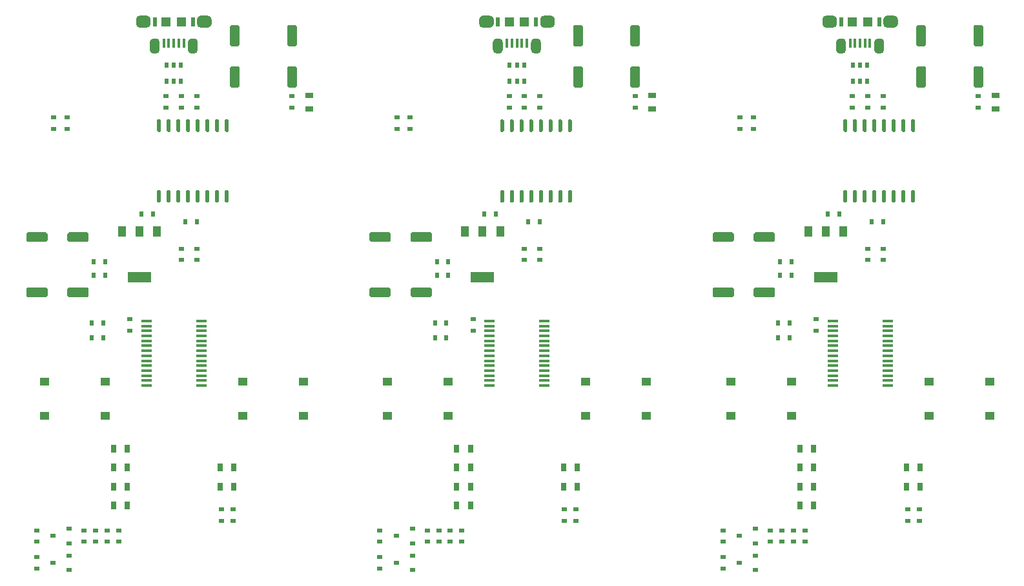
<source format=gtp>
%TF.GenerationSoftware,KiCad,Pcbnew,(5.1.10)-1*%
%TF.CreationDate,2022-01-11T14:09:39+01:00*%
%TF.ProjectId,EspOptoProg Panel,4573704f-7074-46f5-9072-6f672050616e,rev?*%
%TF.SameCoordinates,PXffb3b4c0PY4c4b40*%
%TF.FileFunction,Paste,Top*%
%TF.FilePolarity,Positive*%
%FSLAX46Y46*%
G04 Gerber Fmt 4.6, Leading zero omitted, Abs format (unit mm)*
G04 Created by KiCad (PCBNEW (5.1.10)-1) date 2022-01-11 14:09:39*
%MOMM*%
%LPD*%
G01*
G04 APERTURE LIST*
%ADD10R,0.480000X0.760000*%
%ADD11R,0.760000X0.480000*%
%ADD12R,1.320000X0.320000*%
%ADD13R,0.800608X0.560000*%
%ADD14R,0.640000X1.120000*%
%ADD15R,3.039872X1.440688*%
%ADD16R,1.040384X1.440688*%
%ADD17R,0.560000X1.200000*%
%ADD18R,1.200000X1.200000*%
%ADD19O,0.720000X1.240000*%
%ADD20O,1.040000X0.800000*%
%ADD21R,0.360000X1.280000*%
%ADD22R,1.240000X1.040000*%
%ADD23R,1.120000X0.640000*%
%ADD24R,0.479552X0.800608*%
G04 APERTURE END LIST*
D10*
%TO.C,C21*%
X26500000Y57250000D03*
X28000000Y57250000D03*
%TD*%
D11*
%TO.C,C20*%
X28000000Y72250000D03*
X28000000Y73750000D03*
%TD*%
%TO.C,U20*%
G36*
G01*
X31825000Y61420000D02*
X32065000Y61420000D01*
G75*
G02*
X32185000Y61300000I0J-120000D01*
G01*
X32185000Y59900000D01*
G75*
G02*
X32065000Y59780000I-120000J0D01*
G01*
X31825000Y59780000D01*
G75*
G02*
X31705000Y59900000I0J120000D01*
G01*
X31705000Y61300000D01*
G75*
G02*
X31825000Y61420000I120000J0D01*
G01*
G37*
G36*
G01*
X30555000Y61420000D02*
X30795000Y61420000D01*
G75*
G02*
X30915000Y61300000I0J-120000D01*
G01*
X30915000Y59900000D01*
G75*
G02*
X30795000Y59780000I-120000J0D01*
G01*
X30555000Y59780000D01*
G75*
G02*
X30435000Y59900000I0J120000D01*
G01*
X30435000Y61300000D01*
G75*
G02*
X30555000Y61420000I120000J0D01*
G01*
G37*
G36*
G01*
X29285000Y61420000D02*
X29525000Y61420000D01*
G75*
G02*
X29645000Y61300000I0J-120000D01*
G01*
X29645000Y59900000D01*
G75*
G02*
X29525000Y59780000I-120000J0D01*
G01*
X29285000Y59780000D01*
G75*
G02*
X29165000Y59900000I0J120000D01*
G01*
X29165000Y61300000D01*
G75*
G02*
X29285000Y61420000I120000J0D01*
G01*
G37*
G36*
G01*
X28015000Y61420000D02*
X28255000Y61420000D01*
G75*
G02*
X28375000Y61300000I0J-120000D01*
G01*
X28375000Y59900000D01*
G75*
G02*
X28255000Y59780000I-120000J0D01*
G01*
X28015000Y59780000D01*
G75*
G02*
X27895000Y59900000I0J120000D01*
G01*
X27895000Y61300000D01*
G75*
G02*
X28015000Y61420000I120000J0D01*
G01*
G37*
G36*
G01*
X26745000Y61420000D02*
X26985000Y61420000D01*
G75*
G02*
X27105000Y61300000I0J-120000D01*
G01*
X27105000Y59900000D01*
G75*
G02*
X26985000Y59780000I-120000J0D01*
G01*
X26745000Y59780000D01*
G75*
G02*
X26625000Y59900000I0J120000D01*
G01*
X26625000Y61300000D01*
G75*
G02*
X26745000Y61420000I120000J0D01*
G01*
G37*
G36*
G01*
X25475000Y61420000D02*
X25715000Y61420000D01*
G75*
G02*
X25835000Y61300000I0J-120000D01*
G01*
X25835000Y59900000D01*
G75*
G02*
X25715000Y59780000I-120000J0D01*
G01*
X25475000Y59780000D01*
G75*
G02*
X25355000Y59900000I0J120000D01*
G01*
X25355000Y61300000D01*
G75*
G02*
X25475000Y61420000I120000J0D01*
G01*
G37*
G36*
G01*
X24205000Y61420000D02*
X24445000Y61420000D01*
G75*
G02*
X24565000Y61300000I0J-120000D01*
G01*
X24565000Y59900000D01*
G75*
G02*
X24445000Y59780000I-120000J0D01*
G01*
X24205000Y59780000D01*
G75*
G02*
X24085000Y59900000I0J120000D01*
G01*
X24085000Y61300000D01*
G75*
G02*
X24205000Y61420000I120000J0D01*
G01*
G37*
G36*
G01*
X22935000Y61420000D02*
X23175000Y61420000D01*
G75*
G02*
X23295000Y61300000I0J-120000D01*
G01*
X23295000Y59900000D01*
G75*
G02*
X23175000Y59780000I-120000J0D01*
G01*
X22935000Y59780000D01*
G75*
G02*
X22815000Y59900000I0J120000D01*
G01*
X22815000Y61300000D01*
G75*
G02*
X22935000Y61420000I120000J0D01*
G01*
G37*
G36*
G01*
X22935000Y70720000D02*
X23175000Y70720000D01*
G75*
G02*
X23295000Y70600000I0J-120000D01*
G01*
X23295000Y69200000D01*
G75*
G02*
X23175000Y69080000I-120000J0D01*
G01*
X22935000Y69080000D01*
G75*
G02*
X22815000Y69200000I0J120000D01*
G01*
X22815000Y70600000D01*
G75*
G02*
X22935000Y70720000I120000J0D01*
G01*
G37*
G36*
G01*
X24205000Y70720000D02*
X24445000Y70720000D01*
G75*
G02*
X24565000Y70600000I0J-120000D01*
G01*
X24565000Y69200000D01*
G75*
G02*
X24445000Y69080000I-120000J0D01*
G01*
X24205000Y69080000D01*
G75*
G02*
X24085000Y69200000I0J120000D01*
G01*
X24085000Y70600000D01*
G75*
G02*
X24205000Y70720000I120000J0D01*
G01*
G37*
G36*
G01*
X25475000Y70720000D02*
X25715000Y70720000D01*
G75*
G02*
X25835000Y70600000I0J-120000D01*
G01*
X25835000Y69200000D01*
G75*
G02*
X25715000Y69080000I-120000J0D01*
G01*
X25475000Y69080000D01*
G75*
G02*
X25355000Y69200000I0J120000D01*
G01*
X25355000Y70600000D01*
G75*
G02*
X25475000Y70720000I120000J0D01*
G01*
G37*
G36*
G01*
X26745000Y70720000D02*
X26985000Y70720000D01*
G75*
G02*
X27105000Y70600000I0J-120000D01*
G01*
X27105000Y69200000D01*
G75*
G02*
X26985000Y69080000I-120000J0D01*
G01*
X26745000Y69080000D01*
G75*
G02*
X26625000Y69200000I0J120000D01*
G01*
X26625000Y70600000D01*
G75*
G02*
X26745000Y70720000I120000J0D01*
G01*
G37*
G36*
G01*
X28015000Y70720000D02*
X28255000Y70720000D01*
G75*
G02*
X28375000Y70600000I0J-120000D01*
G01*
X28375000Y69200000D01*
G75*
G02*
X28255000Y69080000I-120000J0D01*
G01*
X28015000Y69080000D01*
G75*
G02*
X27895000Y69200000I0J120000D01*
G01*
X27895000Y70600000D01*
G75*
G02*
X28015000Y70720000I120000J0D01*
G01*
G37*
G36*
G01*
X29285000Y70720000D02*
X29525000Y70720000D01*
G75*
G02*
X29645000Y70600000I0J-120000D01*
G01*
X29645000Y69200000D01*
G75*
G02*
X29525000Y69080000I-120000J0D01*
G01*
X29285000Y69080000D01*
G75*
G02*
X29165000Y69200000I0J120000D01*
G01*
X29165000Y70600000D01*
G75*
G02*
X29285000Y70720000I120000J0D01*
G01*
G37*
G36*
G01*
X30555000Y70720000D02*
X30795000Y70720000D01*
G75*
G02*
X30915000Y70600000I0J-120000D01*
G01*
X30915000Y69200000D01*
G75*
G02*
X30795000Y69080000I-120000J0D01*
G01*
X30555000Y69080000D01*
G75*
G02*
X30435000Y69200000I0J120000D01*
G01*
X30435000Y70600000D01*
G75*
G02*
X30555000Y70720000I120000J0D01*
G01*
G37*
G36*
G01*
X31825000Y70720000D02*
X32065000Y70720000D01*
G75*
G02*
X32185000Y70600000I0J-120000D01*
G01*
X32185000Y69200000D01*
G75*
G02*
X32065000Y69080000I-120000J0D01*
G01*
X31825000Y69080000D01*
G75*
G02*
X31705000Y69200000I0J120000D01*
G01*
X31705000Y70600000D01*
G75*
G02*
X31825000Y70720000I120000J0D01*
G01*
G37*
%TD*%
D12*
%TO.C,U30*%
X21400000Y42925000D03*
X21400000Y43575000D03*
X21400000Y44225000D03*
X28600000Y44225000D03*
X28600000Y43575000D03*
X28600000Y42925000D03*
X28600000Y37075000D03*
X28600000Y36425000D03*
X28600000Y35775000D03*
X21400000Y35775000D03*
X21400000Y36425000D03*
X21400000Y37075000D03*
X21400000Y38375000D03*
X28600000Y42275000D03*
X21400000Y39025000D03*
X21400000Y39675000D03*
X21400000Y40325000D03*
X21400000Y40975000D03*
X21400000Y41625000D03*
X21400000Y42275000D03*
X28600000Y39025000D03*
X28600000Y38375000D03*
X28600000Y37725000D03*
X21400000Y37725000D03*
X28600000Y41625000D03*
X28600000Y40975000D03*
X28600000Y40325000D03*
X28600000Y39675000D03*
%TD*%
%TO.C,C53*%
G36*
G01*
X40940000Y80300000D02*
X40060000Y80300000D01*
G75*
G02*
X39860000Y80500000I0J200000D01*
G01*
X39860000Y82900000D01*
G75*
G02*
X40060000Y83100000I200000J0D01*
G01*
X40940000Y83100000D01*
G75*
G02*
X41140000Y82900000I0J-200000D01*
G01*
X41140000Y80500000D01*
G75*
G02*
X40940000Y80300000I-200000J0D01*
G01*
G37*
G36*
G01*
X40940000Y74900000D02*
X40060000Y74900000D01*
G75*
G02*
X39860000Y75100000I0J200000D01*
G01*
X39860000Y77500000D01*
G75*
G02*
X40060000Y77700000I200000J0D01*
G01*
X40940000Y77700000D01*
G75*
G02*
X41140000Y77500000I0J-200000D01*
G01*
X41140000Y75100000D01*
G75*
G02*
X40940000Y74900000I-200000J0D01*
G01*
G37*
%TD*%
D10*
%TO.C,C57*%
X15750000Y44000000D03*
X14250000Y44000000D03*
%TD*%
%TO.C,C56*%
X15750000Y42000000D03*
X14250000Y42000000D03*
%TD*%
%TO.C,C55*%
G36*
G01*
X8450000Y48440000D02*
X8450000Y47560000D01*
G75*
G02*
X8250000Y47360000I-200000J0D01*
G01*
X5850000Y47360000D01*
G75*
G02*
X5650000Y47560000I0J200000D01*
G01*
X5650000Y48440000D01*
G75*
G02*
X5850000Y48640000I200000J0D01*
G01*
X8250000Y48640000D01*
G75*
G02*
X8450000Y48440000I0J-200000D01*
G01*
G37*
G36*
G01*
X13850000Y48440000D02*
X13850000Y47560000D01*
G75*
G02*
X13650000Y47360000I-200000J0D01*
G01*
X11250000Y47360000D01*
G75*
G02*
X11050000Y47560000I0J200000D01*
G01*
X11050000Y48440000D01*
G75*
G02*
X11250000Y48640000I200000J0D01*
G01*
X13650000Y48640000D01*
G75*
G02*
X13850000Y48440000I0J-200000D01*
G01*
G37*
%TD*%
%TO.C,C54*%
G36*
G01*
X8450000Y55690000D02*
X8450000Y54810000D01*
G75*
G02*
X8250000Y54610000I-200000J0D01*
G01*
X5850000Y54610000D01*
G75*
G02*
X5650000Y54810000I0J200000D01*
G01*
X5650000Y55690000D01*
G75*
G02*
X5850000Y55890000I200000J0D01*
G01*
X8250000Y55890000D01*
G75*
G02*
X8450000Y55690000I0J-200000D01*
G01*
G37*
G36*
G01*
X13850000Y55690000D02*
X13850000Y54810000D01*
G75*
G02*
X13650000Y54610000I-200000J0D01*
G01*
X11250000Y54610000D01*
G75*
G02*
X11050000Y54810000I0J200000D01*
G01*
X11050000Y55690000D01*
G75*
G02*
X11250000Y55890000I200000J0D01*
G01*
X13650000Y55890000D01*
G75*
G02*
X13850000Y55690000I0J-200000D01*
G01*
G37*
%TD*%
%TO.C,C52*%
G36*
G01*
X33440000Y80300000D02*
X32560000Y80300000D01*
G75*
G02*
X32360000Y80500000I0J200000D01*
G01*
X32360000Y82900000D01*
G75*
G02*
X32560000Y83100000I200000J0D01*
G01*
X33440000Y83100000D01*
G75*
G02*
X33640000Y82900000I0J-200000D01*
G01*
X33640000Y80500000D01*
G75*
G02*
X33440000Y80300000I-200000J0D01*
G01*
G37*
G36*
G01*
X33440000Y74900000D02*
X32560000Y74900000D01*
G75*
G02*
X32360000Y75100000I0J200000D01*
G01*
X32360000Y77500000D01*
G75*
G02*
X32560000Y77700000I200000J0D01*
G01*
X33440000Y77700000D01*
G75*
G02*
X33640000Y77500000I0J-200000D01*
G01*
X33640000Y75100000D01*
G75*
G02*
X33440000Y74900000I-200000J0D01*
G01*
G37*
%TD*%
D13*
%TO.C,T71*%
X11306640Y13452500D03*
X9193360Y12500000D03*
X11306640Y11547500D03*
%TD*%
%TO.C,T70*%
X11306640Y16952500D03*
X9193360Y16000000D03*
X11306640Y15047500D03*
%TD*%
D11*
%TO.C,R76*%
X14750000Y16750000D03*
X14750000Y15250000D03*
%TD*%
%TO.C,R75*%
X7000000Y11750000D03*
X7000000Y13250000D03*
%TD*%
%TO.C,R74*%
X16250000Y16750000D03*
X16250000Y15250000D03*
%TD*%
%TO.C,R73*%
X7000000Y15250000D03*
X7000000Y16750000D03*
%TD*%
D14*
%TO.C,D74*%
X18900000Y25000000D03*
X17100000Y25000000D03*
%TD*%
%TO.C,D73*%
X18900000Y22500000D03*
X17100000Y22500000D03*
%TD*%
D15*
%TO.C,U60*%
X20500000Y50000260D03*
D16*
X18198760Y55999740D03*
X20500000Y55999740D03*
X22801240Y55999740D03*
%TD*%
D11*
%TO.C,R72*%
X13250000Y16750000D03*
X13250000Y15250000D03*
%TD*%
%TO.C,R71*%
X17750000Y16750000D03*
X17750000Y15250000D03*
%TD*%
%TO.C,R70*%
X40500000Y73750000D03*
X40500000Y72250000D03*
%TD*%
%TO.C,R33*%
X31250000Y18000000D03*
X31250000Y19500000D03*
%TD*%
%TO.C,R32*%
X32750000Y18000000D03*
X32750000Y19500000D03*
%TD*%
%TO.C,R31*%
X26000000Y53750000D03*
X26000000Y52250000D03*
%TD*%
%TO.C,R30*%
X28000000Y52250000D03*
X28000000Y53750000D03*
%TD*%
%TO.C,R11*%
X24000000Y72250000D03*
X24000000Y73750000D03*
%TD*%
%TO.C,R10*%
X26000000Y72250000D03*
X26000000Y73750000D03*
%TD*%
%TO.C,K10*%
G36*
G01*
X29950000Y83875501D02*
X29950000Y83224499D01*
G75*
G02*
X29500501Y82775000I-449499J0D01*
G01*
X28499499Y82775000D01*
G75*
G02*
X28050000Y83224499I0J449499D01*
G01*
X28050000Y83875501D01*
G75*
G02*
X28499499Y84325000I449499J0D01*
G01*
X29500501Y84325000D01*
G75*
G02*
X29950000Y83875501I0J-449499D01*
G01*
G37*
G36*
G01*
X21950000Y83875501D02*
X21950000Y83224499D01*
G75*
G02*
X21500501Y82775000I-449499J0D01*
G01*
X20499499Y82775000D01*
G75*
G02*
X20050000Y83224499I0J449499D01*
G01*
X20050000Y83875501D01*
G75*
G02*
X20499499Y84325000I449499J0D01*
G01*
X21500501Y84325000D01*
G75*
G02*
X21950000Y83875501I0J-449499D01*
G01*
G37*
G36*
G01*
X28150000Y80849500D02*
X28150000Y79850500D01*
G75*
G02*
X27649500Y79350000I-500500J0D01*
G01*
X27350500Y79350000D01*
G75*
G02*
X26850000Y79850500I0J500500D01*
G01*
X26850000Y80849500D01*
G75*
G02*
X27350500Y81350000I500500J0D01*
G01*
X27649500Y81350000D01*
G75*
G02*
X28150000Y80849500I0J-500500D01*
G01*
G37*
G36*
G01*
X23150000Y80849500D02*
X23150000Y79850500D01*
G75*
G02*
X22649500Y79350000I-500500J0D01*
G01*
X22350500Y79350000D01*
G75*
G02*
X21850000Y79850500I0J500500D01*
G01*
X21850000Y80849500D01*
G75*
G02*
X22350500Y81350000I500500J0D01*
G01*
X22649500Y81350000D01*
G75*
G02*
X23150000Y80849500I0J-500500D01*
G01*
G37*
D17*
X27500000Y83550000D03*
X22500000Y83550000D03*
D18*
X26000000Y83550000D03*
X24000000Y83550000D03*
D19*
X21500000Y83550000D03*
D20*
X27500000Y80850000D03*
X22500000Y80850000D03*
D19*
X28500000Y83550000D03*
D21*
X23700000Y80750000D03*
X24350000Y80750000D03*
X25000000Y80750000D03*
X25650000Y80750000D03*
X26300000Y80750000D03*
%TD*%
D22*
%TO.C,J32*%
X34020000Y36250000D03*
X34020000Y31750000D03*
X41980000Y31750000D03*
X41980000Y36250000D03*
%TD*%
%TO.C,J31*%
X8020000Y36250000D03*
X8020000Y31750000D03*
X15980000Y31750000D03*
X15980000Y36250000D03*
%TD*%
D14*
%TO.C,D72*%
X18900000Y27500000D03*
X17100000Y27500000D03*
%TD*%
%TO.C,D71*%
X18900000Y20000000D03*
X17100000Y20000000D03*
%TD*%
D23*
%TO.C,D70*%
X42750000Y73900000D03*
X42750000Y72100000D03*
%TD*%
D14*
%TO.C,D31*%
X32900000Y25000000D03*
X31100000Y25000000D03*
%TD*%
%TO.C,D30*%
X32900000Y22500000D03*
X31100000Y22500000D03*
%TD*%
D24*
%TO.C,D10*%
X25000000Y75693360D03*
X25952500Y75693360D03*
X24047500Y75693360D03*
X25000000Y77806640D03*
X24047500Y77806640D03*
X25952500Y77806640D03*
%TD*%
D10*
%TO.C,C62*%
X20750000Y58250000D03*
X22250000Y58250000D03*
%TD*%
%TO.C,C61*%
X14500000Y52000000D03*
X16000000Y52000000D03*
%TD*%
%TO.C,C60*%
X14500000Y50250000D03*
X16000000Y50250000D03*
%TD*%
D11*
%TO.C,C51*%
X11000000Y69500000D03*
X11000000Y71000000D03*
%TD*%
%TO.C,C50*%
X9250000Y69500000D03*
X9250000Y71000000D03*
%TD*%
%TO.C,C30*%
X19250000Y43000000D03*
X19250000Y44500000D03*
%TD*%
D10*
%TO.C,C21*%
X71500000Y57250000D03*
X73000000Y57250000D03*
%TD*%
D11*
%TO.C,C20*%
X73000000Y72250000D03*
X73000000Y73750000D03*
%TD*%
%TO.C,U20*%
G36*
G01*
X76825000Y61420000D02*
X77065000Y61420000D01*
G75*
G02*
X77185000Y61300000I0J-120000D01*
G01*
X77185000Y59900000D01*
G75*
G02*
X77065000Y59780000I-120000J0D01*
G01*
X76825000Y59780000D01*
G75*
G02*
X76705000Y59900000I0J120000D01*
G01*
X76705000Y61300000D01*
G75*
G02*
X76825000Y61420000I120000J0D01*
G01*
G37*
G36*
G01*
X75555000Y61420000D02*
X75795000Y61420000D01*
G75*
G02*
X75915000Y61300000I0J-120000D01*
G01*
X75915000Y59900000D01*
G75*
G02*
X75795000Y59780000I-120000J0D01*
G01*
X75555000Y59780000D01*
G75*
G02*
X75435000Y59900000I0J120000D01*
G01*
X75435000Y61300000D01*
G75*
G02*
X75555000Y61420000I120000J0D01*
G01*
G37*
G36*
G01*
X74285000Y61420000D02*
X74525000Y61420000D01*
G75*
G02*
X74645000Y61300000I0J-120000D01*
G01*
X74645000Y59900000D01*
G75*
G02*
X74525000Y59780000I-120000J0D01*
G01*
X74285000Y59780000D01*
G75*
G02*
X74165000Y59900000I0J120000D01*
G01*
X74165000Y61300000D01*
G75*
G02*
X74285000Y61420000I120000J0D01*
G01*
G37*
G36*
G01*
X73015000Y61420000D02*
X73255000Y61420000D01*
G75*
G02*
X73375000Y61300000I0J-120000D01*
G01*
X73375000Y59900000D01*
G75*
G02*
X73255000Y59780000I-120000J0D01*
G01*
X73015000Y59780000D01*
G75*
G02*
X72895000Y59900000I0J120000D01*
G01*
X72895000Y61300000D01*
G75*
G02*
X73015000Y61420000I120000J0D01*
G01*
G37*
G36*
G01*
X71745000Y61420000D02*
X71985000Y61420000D01*
G75*
G02*
X72105000Y61300000I0J-120000D01*
G01*
X72105000Y59900000D01*
G75*
G02*
X71985000Y59780000I-120000J0D01*
G01*
X71745000Y59780000D01*
G75*
G02*
X71625000Y59900000I0J120000D01*
G01*
X71625000Y61300000D01*
G75*
G02*
X71745000Y61420000I120000J0D01*
G01*
G37*
G36*
G01*
X70475000Y61420000D02*
X70715000Y61420000D01*
G75*
G02*
X70835000Y61300000I0J-120000D01*
G01*
X70835000Y59900000D01*
G75*
G02*
X70715000Y59780000I-120000J0D01*
G01*
X70475000Y59780000D01*
G75*
G02*
X70355000Y59900000I0J120000D01*
G01*
X70355000Y61300000D01*
G75*
G02*
X70475000Y61420000I120000J0D01*
G01*
G37*
G36*
G01*
X69205000Y61420000D02*
X69445000Y61420000D01*
G75*
G02*
X69565000Y61300000I0J-120000D01*
G01*
X69565000Y59900000D01*
G75*
G02*
X69445000Y59780000I-120000J0D01*
G01*
X69205000Y59780000D01*
G75*
G02*
X69085000Y59900000I0J120000D01*
G01*
X69085000Y61300000D01*
G75*
G02*
X69205000Y61420000I120000J0D01*
G01*
G37*
G36*
G01*
X67935000Y61420000D02*
X68175000Y61420000D01*
G75*
G02*
X68295000Y61300000I0J-120000D01*
G01*
X68295000Y59900000D01*
G75*
G02*
X68175000Y59780000I-120000J0D01*
G01*
X67935000Y59780000D01*
G75*
G02*
X67815000Y59900000I0J120000D01*
G01*
X67815000Y61300000D01*
G75*
G02*
X67935000Y61420000I120000J0D01*
G01*
G37*
G36*
G01*
X67935000Y70720000D02*
X68175000Y70720000D01*
G75*
G02*
X68295000Y70600000I0J-120000D01*
G01*
X68295000Y69200000D01*
G75*
G02*
X68175000Y69080000I-120000J0D01*
G01*
X67935000Y69080000D01*
G75*
G02*
X67815000Y69200000I0J120000D01*
G01*
X67815000Y70600000D01*
G75*
G02*
X67935000Y70720000I120000J0D01*
G01*
G37*
G36*
G01*
X69205000Y70720000D02*
X69445000Y70720000D01*
G75*
G02*
X69565000Y70600000I0J-120000D01*
G01*
X69565000Y69200000D01*
G75*
G02*
X69445000Y69080000I-120000J0D01*
G01*
X69205000Y69080000D01*
G75*
G02*
X69085000Y69200000I0J120000D01*
G01*
X69085000Y70600000D01*
G75*
G02*
X69205000Y70720000I120000J0D01*
G01*
G37*
G36*
G01*
X70475000Y70720000D02*
X70715000Y70720000D01*
G75*
G02*
X70835000Y70600000I0J-120000D01*
G01*
X70835000Y69200000D01*
G75*
G02*
X70715000Y69080000I-120000J0D01*
G01*
X70475000Y69080000D01*
G75*
G02*
X70355000Y69200000I0J120000D01*
G01*
X70355000Y70600000D01*
G75*
G02*
X70475000Y70720000I120000J0D01*
G01*
G37*
G36*
G01*
X71745000Y70720000D02*
X71985000Y70720000D01*
G75*
G02*
X72105000Y70600000I0J-120000D01*
G01*
X72105000Y69200000D01*
G75*
G02*
X71985000Y69080000I-120000J0D01*
G01*
X71745000Y69080000D01*
G75*
G02*
X71625000Y69200000I0J120000D01*
G01*
X71625000Y70600000D01*
G75*
G02*
X71745000Y70720000I120000J0D01*
G01*
G37*
G36*
G01*
X73015000Y70720000D02*
X73255000Y70720000D01*
G75*
G02*
X73375000Y70600000I0J-120000D01*
G01*
X73375000Y69200000D01*
G75*
G02*
X73255000Y69080000I-120000J0D01*
G01*
X73015000Y69080000D01*
G75*
G02*
X72895000Y69200000I0J120000D01*
G01*
X72895000Y70600000D01*
G75*
G02*
X73015000Y70720000I120000J0D01*
G01*
G37*
G36*
G01*
X74285000Y70720000D02*
X74525000Y70720000D01*
G75*
G02*
X74645000Y70600000I0J-120000D01*
G01*
X74645000Y69200000D01*
G75*
G02*
X74525000Y69080000I-120000J0D01*
G01*
X74285000Y69080000D01*
G75*
G02*
X74165000Y69200000I0J120000D01*
G01*
X74165000Y70600000D01*
G75*
G02*
X74285000Y70720000I120000J0D01*
G01*
G37*
G36*
G01*
X75555000Y70720000D02*
X75795000Y70720000D01*
G75*
G02*
X75915000Y70600000I0J-120000D01*
G01*
X75915000Y69200000D01*
G75*
G02*
X75795000Y69080000I-120000J0D01*
G01*
X75555000Y69080000D01*
G75*
G02*
X75435000Y69200000I0J120000D01*
G01*
X75435000Y70600000D01*
G75*
G02*
X75555000Y70720000I120000J0D01*
G01*
G37*
G36*
G01*
X76825000Y70720000D02*
X77065000Y70720000D01*
G75*
G02*
X77185000Y70600000I0J-120000D01*
G01*
X77185000Y69200000D01*
G75*
G02*
X77065000Y69080000I-120000J0D01*
G01*
X76825000Y69080000D01*
G75*
G02*
X76705000Y69200000I0J120000D01*
G01*
X76705000Y70600000D01*
G75*
G02*
X76825000Y70720000I120000J0D01*
G01*
G37*
%TD*%
D12*
%TO.C,U30*%
X66400000Y42925000D03*
X66400000Y43575000D03*
X66400000Y44225000D03*
X73600000Y44225000D03*
X73600000Y43575000D03*
X73600000Y42925000D03*
X73600000Y37075000D03*
X73600000Y36425000D03*
X73600000Y35775000D03*
X66400000Y35775000D03*
X66400000Y36425000D03*
X66400000Y37075000D03*
X66400000Y38375000D03*
X73600000Y42275000D03*
X66400000Y39025000D03*
X66400000Y39675000D03*
X66400000Y40325000D03*
X66400000Y40975000D03*
X66400000Y41625000D03*
X66400000Y42275000D03*
X73600000Y39025000D03*
X73600000Y38375000D03*
X73600000Y37725000D03*
X66400000Y37725000D03*
X73600000Y41625000D03*
X73600000Y40975000D03*
X73600000Y40325000D03*
X73600000Y39675000D03*
%TD*%
%TO.C,C53*%
G36*
G01*
X85940000Y80300000D02*
X85060000Y80300000D01*
G75*
G02*
X84860000Y80500000I0J200000D01*
G01*
X84860000Y82900000D01*
G75*
G02*
X85060000Y83100000I200000J0D01*
G01*
X85940000Y83100000D01*
G75*
G02*
X86140000Y82900000I0J-200000D01*
G01*
X86140000Y80500000D01*
G75*
G02*
X85940000Y80300000I-200000J0D01*
G01*
G37*
G36*
G01*
X85940000Y74900000D02*
X85060000Y74900000D01*
G75*
G02*
X84860000Y75100000I0J200000D01*
G01*
X84860000Y77500000D01*
G75*
G02*
X85060000Y77700000I200000J0D01*
G01*
X85940000Y77700000D01*
G75*
G02*
X86140000Y77500000I0J-200000D01*
G01*
X86140000Y75100000D01*
G75*
G02*
X85940000Y74900000I-200000J0D01*
G01*
G37*
%TD*%
D10*
%TO.C,C57*%
X60750000Y44000000D03*
X59250000Y44000000D03*
%TD*%
%TO.C,C56*%
X60750000Y42000000D03*
X59250000Y42000000D03*
%TD*%
%TO.C,C55*%
G36*
G01*
X53450000Y48440000D02*
X53450000Y47560000D01*
G75*
G02*
X53250000Y47360000I-200000J0D01*
G01*
X50850000Y47360000D01*
G75*
G02*
X50650000Y47560000I0J200000D01*
G01*
X50650000Y48440000D01*
G75*
G02*
X50850000Y48640000I200000J0D01*
G01*
X53250000Y48640000D01*
G75*
G02*
X53450000Y48440000I0J-200000D01*
G01*
G37*
G36*
G01*
X58850000Y48440000D02*
X58850000Y47560000D01*
G75*
G02*
X58650000Y47360000I-200000J0D01*
G01*
X56250000Y47360000D01*
G75*
G02*
X56050000Y47560000I0J200000D01*
G01*
X56050000Y48440000D01*
G75*
G02*
X56250000Y48640000I200000J0D01*
G01*
X58650000Y48640000D01*
G75*
G02*
X58850000Y48440000I0J-200000D01*
G01*
G37*
%TD*%
%TO.C,C54*%
G36*
G01*
X53450000Y55690000D02*
X53450000Y54810000D01*
G75*
G02*
X53250000Y54610000I-200000J0D01*
G01*
X50850000Y54610000D01*
G75*
G02*
X50650000Y54810000I0J200000D01*
G01*
X50650000Y55690000D01*
G75*
G02*
X50850000Y55890000I200000J0D01*
G01*
X53250000Y55890000D01*
G75*
G02*
X53450000Y55690000I0J-200000D01*
G01*
G37*
G36*
G01*
X58850000Y55690000D02*
X58850000Y54810000D01*
G75*
G02*
X58650000Y54610000I-200000J0D01*
G01*
X56250000Y54610000D01*
G75*
G02*
X56050000Y54810000I0J200000D01*
G01*
X56050000Y55690000D01*
G75*
G02*
X56250000Y55890000I200000J0D01*
G01*
X58650000Y55890000D01*
G75*
G02*
X58850000Y55690000I0J-200000D01*
G01*
G37*
%TD*%
%TO.C,C52*%
G36*
G01*
X78440000Y80300000D02*
X77560000Y80300000D01*
G75*
G02*
X77360000Y80500000I0J200000D01*
G01*
X77360000Y82900000D01*
G75*
G02*
X77560000Y83100000I200000J0D01*
G01*
X78440000Y83100000D01*
G75*
G02*
X78640000Y82900000I0J-200000D01*
G01*
X78640000Y80500000D01*
G75*
G02*
X78440000Y80300000I-200000J0D01*
G01*
G37*
G36*
G01*
X78440000Y74900000D02*
X77560000Y74900000D01*
G75*
G02*
X77360000Y75100000I0J200000D01*
G01*
X77360000Y77500000D01*
G75*
G02*
X77560000Y77700000I200000J0D01*
G01*
X78440000Y77700000D01*
G75*
G02*
X78640000Y77500000I0J-200000D01*
G01*
X78640000Y75100000D01*
G75*
G02*
X78440000Y74900000I-200000J0D01*
G01*
G37*
%TD*%
D13*
%TO.C,T71*%
X56306640Y13452500D03*
X54193360Y12500000D03*
X56306640Y11547500D03*
%TD*%
%TO.C,T70*%
X56306640Y16952500D03*
X54193360Y16000000D03*
X56306640Y15047500D03*
%TD*%
D11*
%TO.C,R76*%
X59750000Y16750000D03*
X59750000Y15250000D03*
%TD*%
%TO.C,R75*%
X52000000Y11750000D03*
X52000000Y13250000D03*
%TD*%
%TO.C,R74*%
X61250000Y16750000D03*
X61250000Y15250000D03*
%TD*%
%TO.C,R73*%
X52000000Y15250000D03*
X52000000Y16750000D03*
%TD*%
D14*
%TO.C,D74*%
X63900000Y25000000D03*
X62100000Y25000000D03*
%TD*%
%TO.C,D73*%
X63900000Y22500000D03*
X62100000Y22500000D03*
%TD*%
D15*
%TO.C,U60*%
X65500000Y50000260D03*
D16*
X63198760Y55999740D03*
X65500000Y55999740D03*
X67801240Y55999740D03*
%TD*%
D11*
%TO.C,R72*%
X58250000Y16750000D03*
X58250000Y15250000D03*
%TD*%
%TO.C,R71*%
X62750000Y16750000D03*
X62750000Y15250000D03*
%TD*%
%TO.C,R70*%
X85500000Y73750000D03*
X85500000Y72250000D03*
%TD*%
%TO.C,R33*%
X76250000Y18000000D03*
X76250000Y19500000D03*
%TD*%
%TO.C,R32*%
X77750000Y18000000D03*
X77750000Y19500000D03*
%TD*%
%TO.C,R31*%
X71000000Y53750000D03*
X71000000Y52250000D03*
%TD*%
%TO.C,R30*%
X73000000Y52250000D03*
X73000000Y53750000D03*
%TD*%
%TO.C,R11*%
X69000000Y72250000D03*
X69000000Y73750000D03*
%TD*%
%TO.C,R10*%
X71000000Y72250000D03*
X71000000Y73750000D03*
%TD*%
%TO.C,K10*%
G36*
G01*
X74950000Y83875501D02*
X74950000Y83224499D01*
G75*
G02*
X74500501Y82775000I-449499J0D01*
G01*
X73499499Y82775000D01*
G75*
G02*
X73050000Y83224499I0J449499D01*
G01*
X73050000Y83875501D01*
G75*
G02*
X73499499Y84325000I449499J0D01*
G01*
X74500501Y84325000D01*
G75*
G02*
X74950000Y83875501I0J-449499D01*
G01*
G37*
G36*
G01*
X66950000Y83875501D02*
X66950000Y83224499D01*
G75*
G02*
X66500501Y82775000I-449499J0D01*
G01*
X65499499Y82775000D01*
G75*
G02*
X65050000Y83224499I0J449499D01*
G01*
X65050000Y83875501D01*
G75*
G02*
X65499499Y84325000I449499J0D01*
G01*
X66500501Y84325000D01*
G75*
G02*
X66950000Y83875501I0J-449499D01*
G01*
G37*
G36*
G01*
X73150000Y80849500D02*
X73150000Y79850500D01*
G75*
G02*
X72649500Y79350000I-500500J0D01*
G01*
X72350500Y79350000D01*
G75*
G02*
X71850000Y79850500I0J500500D01*
G01*
X71850000Y80849500D01*
G75*
G02*
X72350500Y81350000I500500J0D01*
G01*
X72649500Y81350000D01*
G75*
G02*
X73150000Y80849500I0J-500500D01*
G01*
G37*
G36*
G01*
X68150000Y80849500D02*
X68150000Y79850500D01*
G75*
G02*
X67649500Y79350000I-500500J0D01*
G01*
X67350500Y79350000D01*
G75*
G02*
X66850000Y79850500I0J500500D01*
G01*
X66850000Y80849500D01*
G75*
G02*
X67350500Y81350000I500500J0D01*
G01*
X67649500Y81350000D01*
G75*
G02*
X68150000Y80849500I0J-500500D01*
G01*
G37*
D17*
X72500000Y83550000D03*
X67500000Y83550000D03*
D18*
X71000000Y83550000D03*
X69000000Y83550000D03*
D19*
X66500000Y83550000D03*
D20*
X72500000Y80850000D03*
X67500000Y80850000D03*
D19*
X73500000Y83550000D03*
D21*
X68700000Y80750000D03*
X69350000Y80750000D03*
X70000000Y80750000D03*
X70650000Y80750000D03*
X71300000Y80750000D03*
%TD*%
D22*
%TO.C,J32*%
X79020000Y36250000D03*
X79020000Y31750000D03*
X86980000Y31750000D03*
X86980000Y36250000D03*
%TD*%
%TO.C,J31*%
X53020000Y36250000D03*
X53020000Y31750000D03*
X60980000Y31750000D03*
X60980000Y36250000D03*
%TD*%
D14*
%TO.C,D72*%
X63900000Y27500000D03*
X62100000Y27500000D03*
%TD*%
%TO.C,D71*%
X63900000Y20000000D03*
X62100000Y20000000D03*
%TD*%
D23*
%TO.C,D70*%
X87750000Y73900000D03*
X87750000Y72100000D03*
%TD*%
D14*
%TO.C,D31*%
X77900000Y25000000D03*
X76100000Y25000000D03*
%TD*%
%TO.C,D30*%
X77900000Y22500000D03*
X76100000Y22500000D03*
%TD*%
D24*
%TO.C,D10*%
X70000000Y75693360D03*
X70952500Y75693360D03*
X69047500Y75693360D03*
X70000000Y77806640D03*
X69047500Y77806640D03*
X70952500Y77806640D03*
%TD*%
D10*
%TO.C,C62*%
X65750000Y58250000D03*
X67250000Y58250000D03*
%TD*%
%TO.C,C61*%
X59500000Y52000000D03*
X61000000Y52000000D03*
%TD*%
%TO.C,C60*%
X59500000Y50250000D03*
X61000000Y50250000D03*
%TD*%
D11*
%TO.C,C51*%
X56000000Y69500000D03*
X56000000Y71000000D03*
%TD*%
%TO.C,C50*%
X54250000Y69500000D03*
X54250000Y71000000D03*
%TD*%
%TO.C,C30*%
X64250000Y43000000D03*
X64250000Y44500000D03*
%TD*%
D10*
%TO.C,C21*%
X116500000Y57250000D03*
X118000000Y57250000D03*
%TD*%
D11*
%TO.C,C20*%
X118000000Y72250000D03*
X118000000Y73750000D03*
%TD*%
%TO.C,U20*%
G36*
G01*
X121825000Y61420000D02*
X122065000Y61420000D01*
G75*
G02*
X122185000Y61300000I0J-120000D01*
G01*
X122185000Y59900000D01*
G75*
G02*
X122065000Y59780000I-120000J0D01*
G01*
X121825000Y59780000D01*
G75*
G02*
X121705000Y59900000I0J120000D01*
G01*
X121705000Y61300000D01*
G75*
G02*
X121825000Y61420000I120000J0D01*
G01*
G37*
G36*
G01*
X120555000Y61420000D02*
X120795000Y61420000D01*
G75*
G02*
X120915000Y61300000I0J-120000D01*
G01*
X120915000Y59900000D01*
G75*
G02*
X120795000Y59780000I-120000J0D01*
G01*
X120555000Y59780000D01*
G75*
G02*
X120435000Y59900000I0J120000D01*
G01*
X120435000Y61300000D01*
G75*
G02*
X120555000Y61420000I120000J0D01*
G01*
G37*
G36*
G01*
X119285000Y61420000D02*
X119525000Y61420000D01*
G75*
G02*
X119645000Y61300000I0J-120000D01*
G01*
X119645000Y59900000D01*
G75*
G02*
X119525000Y59780000I-120000J0D01*
G01*
X119285000Y59780000D01*
G75*
G02*
X119165000Y59900000I0J120000D01*
G01*
X119165000Y61300000D01*
G75*
G02*
X119285000Y61420000I120000J0D01*
G01*
G37*
G36*
G01*
X118015000Y61420000D02*
X118255000Y61420000D01*
G75*
G02*
X118375000Y61300000I0J-120000D01*
G01*
X118375000Y59900000D01*
G75*
G02*
X118255000Y59780000I-120000J0D01*
G01*
X118015000Y59780000D01*
G75*
G02*
X117895000Y59900000I0J120000D01*
G01*
X117895000Y61300000D01*
G75*
G02*
X118015000Y61420000I120000J0D01*
G01*
G37*
G36*
G01*
X116745000Y61420000D02*
X116985000Y61420000D01*
G75*
G02*
X117105000Y61300000I0J-120000D01*
G01*
X117105000Y59900000D01*
G75*
G02*
X116985000Y59780000I-120000J0D01*
G01*
X116745000Y59780000D01*
G75*
G02*
X116625000Y59900000I0J120000D01*
G01*
X116625000Y61300000D01*
G75*
G02*
X116745000Y61420000I120000J0D01*
G01*
G37*
G36*
G01*
X115475000Y61420000D02*
X115715000Y61420000D01*
G75*
G02*
X115835000Y61300000I0J-120000D01*
G01*
X115835000Y59900000D01*
G75*
G02*
X115715000Y59780000I-120000J0D01*
G01*
X115475000Y59780000D01*
G75*
G02*
X115355000Y59900000I0J120000D01*
G01*
X115355000Y61300000D01*
G75*
G02*
X115475000Y61420000I120000J0D01*
G01*
G37*
G36*
G01*
X114205000Y61420000D02*
X114445000Y61420000D01*
G75*
G02*
X114565000Y61300000I0J-120000D01*
G01*
X114565000Y59900000D01*
G75*
G02*
X114445000Y59780000I-120000J0D01*
G01*
X114205000Y59780000D01*
G75*
G02*
X114085000Y59900000I0J120000D01*
G01*
X114085000Y61300000D01*
G75*
G02*
X114205000Y61420000I120000J0D01*
G01*
G37*
G36*
G01*
X112935000Y61420000D02*
X113175000Y61420000D01*
G75*
G02*
X113295000Y61300000I0J-120000D01*
G01*
X113295000Y59900000D01*
G75*
G02*
X113175000Y59780000I-120000J0D01*
G01*
X112935000Y59780000D01*
G75*
G02*
X112815000Y59900000I0J120000D01*
G01*
X112815000Y61300000D01*
G75*
G02*
X112935000Y61420000I120000J0D01*
G01*
G37*
G36*
G01*
X112935000Y70720000D02*
X113175000Y70720000D01*
G75*
G02*
X113295000Y70600000I0J-120000D01*
G01*
X113295000Y69200000D01*
G75*
G02*
X113175000Y69080000I-120000J0D01*
G01*
X112935000Y69080000D01*
G75*
G02*
X112815000Y69200000I0J120000D01*
G01*
X112815000Y70600000D01*
G75*
G02*
X112935000Y70720000I120000J0D01*
G01*
G37*
G36*
G01*
X114205000Y70720000D02*
X114445000Y70720000D01*
G75*
G02*
X114565000Y70600000I0J-120000D01*
G01*
X114565000Y69200000D01*
G75*
G02*
X114445000Y69080000I-120000J0D01*
G01*
X114205000Y69080000D01*
G75*
G02*
X114085000Y69200000I0J120000D01*
G01*
X114085000Y70600000D01*
G75*
G02*
X114205000Y70720000I120000J0D01*
G01*
G37*
G36*
G01*
X115475000Y70720000D02*
X115715000Y70720000D01*
G75*
G02*
X115835000Y70600000I0J-120000D01*
G01*
X115835000Y69200000D01*
G75*
G02*
X115715000Y69080000I-120000J0D01*
G01*
X115475000Y69080000D01*
G75*
G02*
X115355000Y69200000I0J120000D01*
G01*
X115355000Y70600000D01*
G75*
G02*
X115475000Y70720000I120000J0D01*
G01*
G37*
G36*
G01*
X116745000Y70720000D02*
X116985000Y70720000D01*
G75*
G02*
X117105000Y70600000I0J-120000D01*
G01*
X117105000Y69200000D01*
G75*
G02*
X116985000Y69080000I-120000J0D01*
G01*
X116745000Y69080000D01*
G75*
G02*
X116625000Y69200000I0J120000D01*
G01*
X116625000Y70600000D01*
G75*
G02*
X116745000Y70720000I120000J0D01*
G01*
G37*
G36*
G01*
X118015000Y70720000D02*
X118255000Y70720000D01*
G75*
G02*
X118375000Y70600000I0J-120000D01*
G01*
X118375000Y69200000D01*
G75*
G02*
X118255000Y69080000I-120000J0D01*
G01*
X118015000Y69080000D01*
G75*
G02*
X117895000Y69200000I0J120000D01*
G01*
X117895000Y70600000D01*
G75*
G02*
X118015000Y70720000I120000J0D01*
G01*
G37*
G36*
G01*
X119285000Y70720000D02*
X119525000Y70720000D01*
G75*
G02*
X119645000Y70600000I0J-120000D01*
G01*
X119645000Y69200000D01*
G75*
G02*
X119525000Y69080000I-120000J0D01*
G01*
X119285000Y69080000D01*
G75*
G02*
X119165000Y69200000I0J120000D01*
G01*
X119165000Y70600000D01*
G75*
G02*
X119285000Y70720000I120000J0D01*
G01*
G37*
G36*
G01*
X120555000Y70720000D02*
X120795000Y70720000D01*
G75*
G02*
X120915000Y70600000I0J-120000D01*
G01*
X120915000Y69200000D01*
G75*
G02*
X120795000Y69080000I-120000J0D01*
G01*
X120555000Y69080000D01*
G75*
G02*
X120435000Y69200000I0J120000D01*
G01*
X120435000Y70600000D01*
G75*
G02*
X120555000Y70720000I120000J0D01*
G01*
G37*
G36*
G01*
X121825000Y70720000D02*
X122065000Y70720000D01*
G75*
G02*
X122185000Y70600000I0J-120000D01*
G01*
X122185000Y69200000D01*
G75*
G02*
X122065000Y69080000I-120000J0D01*
G01*
X121825000Y69080000D01*
G75*
G02*
X121705000Y69200000I0J120000D01*
G01*
X121705000Y70600000D01*
G75*
G02*
X121825000Y70720000I120000J0D01*
G01*
G37*
%TD*%
D12*
%TO.C,U30*%
X111400000Y42925000D03*
X111400000Y43575000D03*
X111400000Y44225000D03*
X118600000Y44225000D03*
X118600000Y43575000D03*
X118600000Y42925000D03*
X118600000Y37075000D03*
X118600000Y36425000D03*
X118600000Y35775000D03*
X111400000Y35775000D03*
X111400000Y36425000D03*
X111400000Y37075000D03*
X111400000Y38375000D03*
X118600000Y42275000D03*
X111400000Y39025000D03*
X111400000Y39675000D03*
X111400000Y40325000D03*
X111400000Y40975000D03*
X111400000Y41625000D03*
X111400000Y42275000D03*
X118600000Y39025000D03*
X118600000Y38375000D03*
X118600000Y37725000D03*
X111400000Y37725000D03*
X118600000Y41625000D03*
X118600000Y40975000D03*
X118600000Y40325000D03*
X118600000Y39675000D03*
%TD*%
%TO.C,C53*%
G36*
G01*
X130940000Y80300000D02*
X130060000Y80300000D01*
G75*
G02*
X129860000Y80500000I0J200000D01*
G01*
X129860000Y82900000D01*
G75*
G02*
X130060000Y83100000I200000J0D01*
G01*
X130940000Y83100000D01*
G75*
G02*
X131140000Y82900000I0J-200000D01*
G01*
X131140000Y80500000D01*
G75*
G02*
X130940000Y80300000I-200000J0D01*
G01*
G37*
G36*
G01*
X130940000Y74900000D02*
X130060000Y74900000D01*
G75*
G02*
X129860000Y75100000I0J200000D01*
G01*
X129860000Y77500000D01*
G75*
G02*
X130060000Y77700000I200000J0D01*
G01*
X130940000Y77700000D01*
G75*
G02*
X131140000Y77500000I0J-200000D01*
G01*
X131140000Y75100000D01*
G75*
G02*
X130940000Y74900000I-200000J0D01*
G01*
G37*
%TD*%
D10*
%TO.C,C57*%
X105750000Y44000000D03*
X104250000Y44000000D03*
%TD*%
%TO.C,C56*%
X105750000Y42000000D03*
X104250000Y42000000D03*
%TD*%
%TO.C,C55*%
G36*
G01*
X98450000Y48440000D02*
X98450000Y47560000D01*
G75*
G02*
X98250000Y47360000I-200000J0D01*
G01*
X95850000Y47360000D01*
G75*
G02*
X95650000Y47560000I0J200000D01*
G01*
X95650000Y48440000D01*
G75*
G02*
X95850000Y48640000I200000J0D01*
G01*
X98250000Y48640000D01*
G75*
G02*
X98450000Y48440000I0J-200000D01*
G01*
G37*
G36*
G01*
X103850000Y48440000D02*
X103850000Y47560000D01*
G75*
G02*
X103650000Y47360000I-200000J0D01*
G01*
X101250000Y47360000D01*
G75*
G02*
X101050000Y47560000I0J200000D01*
G01*
X101050000Y48440000D01*
G75*
G02*
X101250000Y48640000I200000J0D01*
G01*
X103650000Y48640000D01*
G75*
G02*
X103850000Y48440000I0J-200000D01*
G01*
G37*
%TD*%
%TO.C,C54*%
G36*
G01*
X98450000Y55690000D02*
X98450000Y54810000D01*
G75*
G02*
X98250000Y54610000I-200000J0D01*
G01*
X95850000Y54610000D01*
G75*
G02*
X95650000Y54810000I0J200000D01*
G01*
X95650000Y55690000D01*
G75*
G02*
X95850000Y55890000I200000J0D01*
G01*
X98250000Y55890000D01*
G75*
G02*
X98450000Y55690000I0J-200000D01*
G01*
G37*
G36*
G01*
X103850000Y55690000D02*
X103850000Y54810000D01*
G75*
G02*
X103650000Y54610000I-200000J0D01*
G01*
X101250000Y54610000D01*
G75*
G02*
X101050000Y54810000I0J200000D01*
G01*
X101050000Y55690000D01*
G75*
G02*
X101250000Y55890000I200000J0D01*
G01*
X103650000Y55890000D01*
G75*
G02*
X103850000Y55690000I0J-200000D01*
G01*
G37*
%TD*%
%TO.C,C52*%
G36*
G01*
X123440000Y80300000D02*
X122560000Y80300000D01*
G75*
G02*
X122360000Y80500000I0J200000D01*
G01*
X122360000Y82900000D01*
G75*
G02*
X122560000Y83100000I200000J0D01*
G01*
X123440000Y83100000D01*
G75*
G02*
X123640000Y82900000I0J-200000D01*
G01*
X123640000Y80500000D01*
G75*
G02*
X123440000Y80300000I-200000J0D01*
G01*
G37*
G36*
G01*
X123440000Y74900000D02*
X122560000Y74900000D01*
G75*
G02*
X122360000Y75100000I0J200000D01*
G01*
X122360000Y77500000D01*
G75*
G02*
X122560000Y77700000I200000J0D01*
G01*
X123440000Y77700000D01*
G75*
G02*
X123640000Y77500000I0J-200000D01*
G01*
X123640000Y75100000D01*
G75*
G02*
X123440000Y74900000I-200000J0D01*
G01*
G37*
%TD*%
D13*
%TO.C,T71*%
X101306640Y13452500D03*
X99193360Y12500000D03*
X101306640Y11547500D03*
%TD*%
%TO.C,T70*%
X101306640Y16952500D03*
X99193360Y16000000D03*
X101306640Y15047500D03*
%TD*%
D11*
%TO.C,R76*%
X104750000Y16750000D03*
X104750000Y15250000D03*
%TD*%
%TO.C,R75*%
X97000000Y11750000D03*
X97000000Y13250000D03*
%TD*%
%TO.C,R74*%
X106250000Y16750000D03*
X106250000Y15250000D03*
%TD*%
%TO.C,R73*%
X97000000Y15250000D03*
X97000000Y16750000D03*
%TD*%
D14*
%TO.C,D74*%
X108900000Y25000000D03*
X107100000Y25000000D03*
%TD*%
%TO.C,D73*%
X108900000Y22500000D03*
X107100000Y22500000D03*
%TD*%
D15*
%TO.C,U60*%
X110500000Y50000260D03*
D16*
X108198760Y55999740D03*
X110500000Y55999740D03*
X112801240Y55999740D03*
%TD*%
D11*
%TO.C,R72*%
X103250000Y16750000D03*
X103250000Y15250000D03*
%TD*%
%TO.C,R71*%
X107750000Y16750000D03*
X107750000Y15250000D03*
%TD*%
%TO.C,R70*%
X130500000Y73750000D03*
X130500000Y72250000D03*
%TD*%
%TO.C,R33*%
X121250000Y18000000D03*
X121250000Y19500000D03*
%TD*%
%TO.C,R32*%
X122750000Y18000000D03*
X122750000Y19500000D03*
%TD*%
%TO.C,R31*%
X116000000Y53750000D03*
X116000000Y52250000D03*
%TD*%
%TO.C,R30*%
X118000000Y52250000D03*
X118000000Y53750000D03*
%TD*%
%TO.C,R11*%
X114000000Y72250000D03*
X114000000Y73750000D03*
%TD*%
%TO.C,R10*%
X116000000Y72250000D03*
X116000000Y73750000D03*
%TD*%
%TO.C,K10*%
G36*
G01*
X119950000Y83875501D02*
X119950000Y83224499D01*
G75*
G02*
X119500501Y82775000I-449499J0D01*
G01*
X118499499Y82775000D01*
G75*
G02*
X118050000Y83224499I0J449499D01*
G01*
X118050000Y83875501D01*
G75*
G02*
X118499499Y84325000I449499J0D01*
G01*
X119500501Y84325000D01*
G75*
G02*
X119950000Y83875501I0J-449499D01*
G01*
G37*
G36*
G01*
X111950000Y83875501D02*
X111950000Y83224499D01*
G75*
G02*
X111500501Y82775000I-449499J0D01*
G01*
X110499499Y82775000D01*
G75*
G02*
X110050000Y83224499I0J449499D01*
G01*
X110050000Y83875501D01*
G75*
G02*
X110499499Y84325000I449499J0D01*
G01*
X111500501Y84325000D01*
G75*
G02*
X111950000Y83875501I0J-449499D01*
G01*
G37*
G36*
G01*
X118150000Y80849500D02*
X118150000Y79850500D01*
G75*
G02*
X117649500Y79350000I-500500J0D01*
G01*
X117350500Y79350000D01*
G75*
G02*
X116850000Y79850500I0J500500D01*
G01*
X116850000Y80849500D01*
G75*
G02*
X117350500Y81350000I500500J0D01*
G01*
X117649500Y81350000D01*
G75*
G02*
X118150000Y80849500I0J-500500D01*
G01*
G37*
G36*
G01*
X113150000Y80849500D02*
X113150000Y79850500D01*
G75*
G02*
X112649500Y79350000I-500500J0D01*
G01*
X112350500Y79350000D01*
G75*
G02*
X111850000Y79850500I0J500500D01*
G01*
X111850000Y80849500D01*
G75*
G02*
X112350500Y81350000I500500J0D01*
G01*
X112649500Y81350000D01*
G75*
G02*
X113150000Y80849500I0J-500500D01*
G01*
G37*
D17*
X117500000Y83550000D03*
X112500000Y83550000D03*
D18*
X116000000Y83550000D03*
X114000000Y83550000D03*
D19*
X111500000Y83550000D03*
D20*
X117500000Y80850000D03*
X112500000Y80850000D03*
D19*
X118500000Y83550000D03*
D21*
X113700000Y80750000D03*
X114350000Y80750000D03*
X115000000Y80750000D03*
X115650000Y80750000D03*
X116300000Y80750000D03*
%TD*%
D22*
%TO.C,J32*%
X124020000Y36250000D03*
X124020000Y31750000D03*
X131980000Y31750000D03*
X131980000Y36250000D03*
%TD*%
%TO.C,J31*%
X98020000Y36250000D03*
X98020000Y31750000D03*
X105980000Y31750000D03*
X105980000Y36250000D03*
%TD*%
D14*
%TO.C,D72*%
X108900000Y27500000D03*
X107100000Y27500000D03*
%TD*%
%TO.C,D71*%
X108900000Y20000000D03*
X107100000Y20000000D03*
%TD*%
D23*
%TO.C,D70*%
X132750000Y73900000D03*
X132750000Y72100000D03*
%TD*%
D14*
%TO.C,D31*%
X122900000Y25000000D03*
X121100000Y25000000D03*
%TD*%
%TO.C,D30*%
X122900000Y22500000D03*
X121100000Y22500000D03*
%TD*%
D24*
%TO.C,D10*%
X115000000Y75693360D03*
X115952500Y75693360D03*
X114047500Y75693360D03*
X115000000Y77806640D03*
X114047500Y77806640D03*
X115952500Y77806640D03*
%TD*%
D10*
%TO.C,C62*%
X110750000Y58250000D03*
X112250000Y58250000D03*
%TD*%
%TO.C,C61*%
X104500000Y52000000D03*
X106000000Y52000000D03*
%TD*%
%TO.C,C60*%
X104500000Y50250000D03*
X106000000Y50250000D03*
%TD*%
D11*
%TO.C,C51*%
X101000000Y69500000D03*
X101000000Y71000000D03*
%TD*%
%TO.C,C50*%
X99250000Y69500000D03*
X99250000Y71000000D03*
%TD*%
%TO.C,C30*%
X109250000Y43000000D03*
X109250000Y44500000D03*
%TD*%
M02*

</source>
